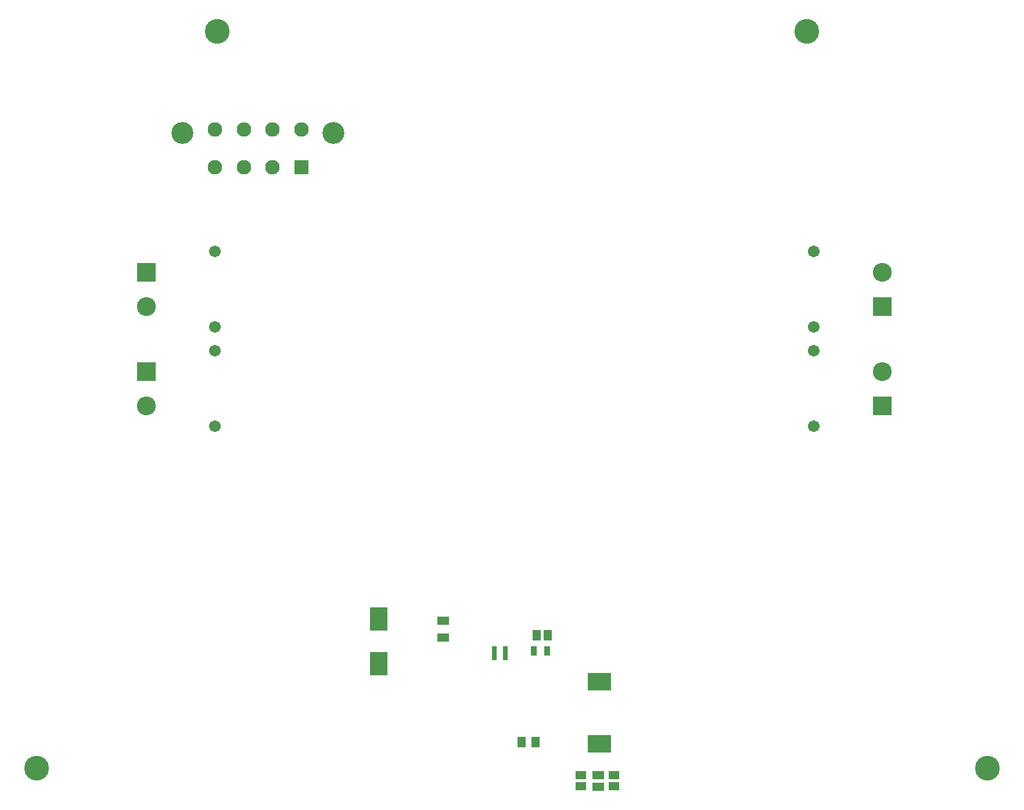
<source format=gbr>
%TF.GenerationSoftware,Altium Limited,Altium Designer,23.6.0 (18)*%
G04 Layer_Color=16711935*
%FSLAX45Y45*%
%MOMM*%
%TF.SameCoordinates,CA757A27-890D-4031-9470-5F8B39CF6935*%
%TF.FilePolarity,Negative*%
%TF.FileFunction,Soldermask,Bot*%
%TF.Part,Single*%
G01*
G75*
%TA.AperFunction,SMDPad,CuDef*%
%ADD45R,0.95000X1.45000*%
%ADD48R,1.20651X1.50822*%
%ADD49R,2.50000X3.50000*%
%ADD50R,1.70620X1.20443*%
%ADD70R,1.67320X1.17320*%
%TA.AperFunction,ViaPad*%
%ADD78C,3.60320*%
%TA.AperFunction,ComponentPad*%
%ADD79C,1.71120*%
%ADD80C,2.75320*%
%ADD81R,2.75320X2.75320*%
%ADD82R,2.10320X2.10320*%
%ADD83C,2.10320*%
%ADD84C,3.20320*%
%TA.AperFunction,SMDPad,CuDef*%
%ADD85R,1.15320X1.55320*%
%ADD86R,3.50320X2.60320*%
%ADD87R,1.55320X1.15320*%
%ADD88R,0.67820X0.50320*%
D45*
X10396799Y4953000D02*
D03*
X10591800D02*
D03*
D48*
X10220015Y3619500D02*
D03*
X10430185D02*
D03*
D49*
X8140700Y5417698D02*
D03*
Y4767702D02*
D03*
D50*
X9080500Y5145410D02*
D03*
Y5395590D02*
D03*
D70*
X11341100Y2971537D02*
D03*
Y3137541D02*
D03*
D78*
X17012000Y3238999D02*
D03*
X5785401Y13986131D02*
D03*
X3155593Y3238999D02*
D03*
X14382193Y13986131D02*
D03*
D79*
X5753098Y9325698D02*
D03*
Y8225701D02*
D03*
X5753100Y10773501D02*
D03*
Y9673499D02*
D03*
X14478000Y8225699D02*
D03*
Y9325701D02*
D03*
Y10773501D02*
D03*
Y9673499D02*
D03*
D80*
X4753100Y8525700D02*
D03*
X4753102Y9973498D02*
D03*
X15477998Y9025702D02*
D03*
Y10473502D02*
D03*
D81*
X4753100Y9025699D02*
D03*
X4753102Y10473502D02*
D03*
X15477998Y8525698D02*
D03*
Y9973498D02*
D03*
D82*
X7012198Y12001500D02*
D03*
D83*
X6592199D02*
D03*
X6172200D02*
D03*
X5752201D02*
D03*
X7012198Y12551501D02*
D03*
X6592199D02*
D03*
X6172200D02*
D03*
X5752201D02*
D03*
D84*
X7482200Y12505502D02*
D03*
X5282199D02*
D03*
D85*
X10601640Y5181600D02*
D03*
X10441641D02*
D03*
D86*
X11353800Y4506300D02*
D03*
Y3596300D02*
D03*
D87*
X11087101Y2980700D02*
D03*
Y3140700D02*
D03*
X11569700Y2978542D02*
D03*
Y3138541D02*
D03*
D88*
X9989800Y4839899D02*
D03*
Y4889901D02*
D03*
Y4939899D02*
D03*
Y4989901D02*
D03*
X9822200D02*
D03*
Y4939899D02*
D03*
Y4889901D02*
D03*
Y4839899D02*
D03*
%TF.MD5,66850e791432f46ac641ab6cf60b89c5*%
M02*

</source>
